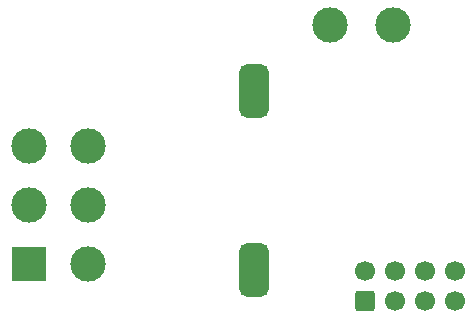
<source format=gbr>
%TF.GenerationSoftware,KiCad,Pcbnew,(6.0.9-0)*%
%TF.CreationDate,2022-11-28T12:31:09+01:00*%
%TF.ProjectId,Hlabs motor cotrol cnc proto,486c6162-7320-46d6-9f74-6f7220636f74,rev?*%
%TF.SameCoordinates,Original*%
%TF.FileFunction,Soldermask,Bot*%
%TF.FilePolarity,Negative*%
%FSLAX46Y46*%
G04 Gerber Fmt 4.6, Leading zero omitted, Abs format (unit mm)*
G04 Created by KiCad (PCBNEW (6.0.9-0)) date 2022-11-28 12:31:09*
%MOMM*%
%LPD*%
G01*
G04 APERTURE LIST*
G04 Aperture macros list*
%AMRoundRect*
0 Rectangle with rounded corners*
0 $1 Rounding radius*
0 $2 $3 $4 $5 $6 $7 $8 $9 X,Y pos of 4 corners*
0 Add a 4 corners polygon primitive as box body*
4,1,4,$2,$3,$4,$5,$6,$7,$8,$9,$2,$3,0*
0 Add four circle primitives for the rounded corners*
1,1,$1+$1,$2,$3*
1,1,$1+$1,$4,$5*
1,1,$1+$1,$6,$7*
1,1,$1+$1,$8,$9*
0 Add four rect primitives between the rounded corners*
20,1,$1+$1,$2,$3,$4,$5,0*
20,1,$1+$1,$4,$5,$6,$7,0*
20,1,$1+$1,$6,$7,$8,$9,0*
20,1,$1+$1,$8,$9,$2,$3,0*%
G04 Aperture macros list end*
%ADD10R,3.000000X3.000000*%
%ADD11C,3.000000*%
%ADD12RoundRect,0.625000X-0.625000X1.625000X-0.625000X-1.625000X0.625000X-1.625000X0.625000X1.625000X0*%
%ADD13RoundRect,0.250000X0.600000X-0.600000X0.600000X0.600000X-0.600000X0.600000X-0.600000X-0.600000X0*%
%ADD14C,1.700000*%
G04 APERTURE END LIST*
D10*
%TO.C,RV1*%
X79500000Y-134060000D03*
D11*
X79500000Y-129060000D03*
X79500000Y-124060000D03*
X84500000Y-134060000D03*
X84500000Y-129060000D03*
X84500000Y-124060000D03*
D12*
X98530000Y-119410000D03*
X98510000Y-134630000D03*
D11*
X110320000Y-113890000D03*
X104940000Y-113890000D03*
%TD*%
D13*
%TO.C,J1*%
X107940000Y-137252500D03*
D14*
X107940000Y-134712500D03*
X110480000Y-137252500D03*
X110480000Y-134712500D03*
X113020000Y-137252500D03*
X113020000Y-134712500D03*
X115560000Y-137252500D03*
X115560000Y-134712500D03*
%TD*%
M02*

</source>
